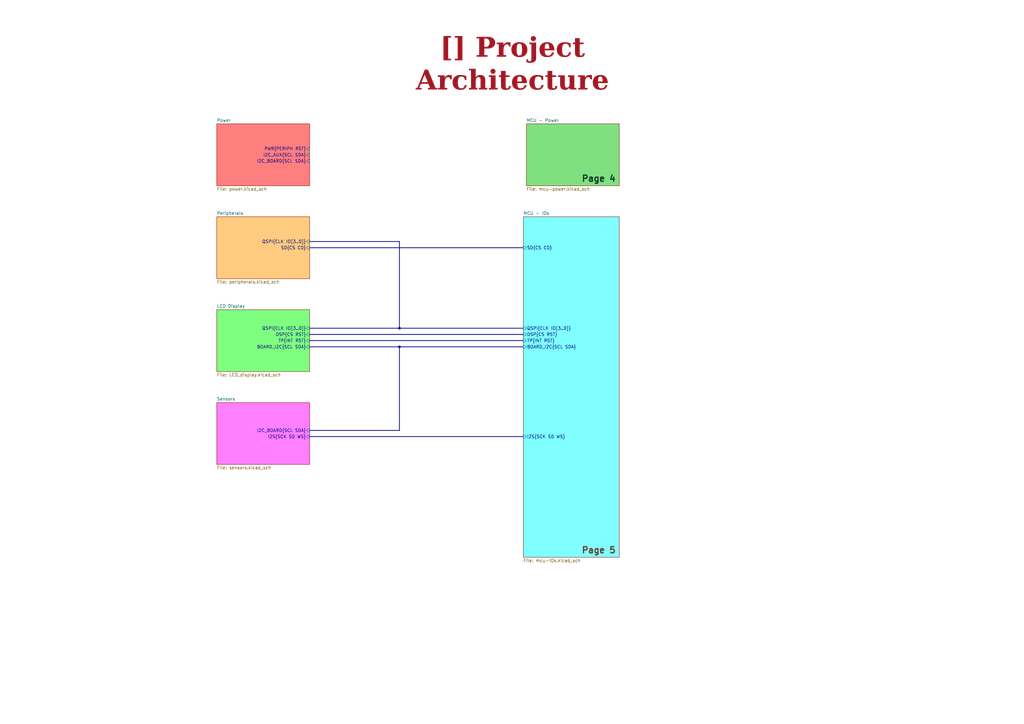
<source format=kicad_sch>
(kicad_sch
	(version 20231120)
	(generator "eeschema")
	(generator_version "8.0")
	(uuid "43756dca-f8f6-4179-bbe2-5af9585c666d")
	(paper "A3")
	(title_block
		(title "Project Architecture")
		(date "Last Modified Date")
		(rev "${REVISION}")
		(company "${COMPANY}")
	)
	(lib_symbols)
	(junction
		(at 163.83 142.24)
		(diameter 0)
		(color 0 0 0 0)
		(uuid "3f8d59a2-4628-449e-b124-6ebfab4599fe")
	)
	(junction
		(at 163.83 134.62)
		(diameter 0)
		(color 0 0 0 0)
		(uuid "4150edea-8d90-4334-bb81-6a8d6fc1601f")
	)
	(bus
		(pts
			(xy 127 179.07) (xy 214.63 179.07)
		)
		(stroke
			(width 0)
			(type default)
		)
		(uuid "05f8ed62-bee2-4ba4-9739-1669499598f7")
	)
	(bus
		(pts
			(xy 163.83 99.06) (xy 163.83 134.62)
		)
		(stroke
			(width 0)
			(type default)
		)
		(uuid "0adcb080-a999-40ee-9736-02a1618169e4")
	)
	(bus
		(pts
			(xy 127 139.7) (xy 214.63 139.7)
		)
		(stroke
			(width 0)
			(type default)
		)
		(uuid "0b19227a-545d-47d6-acf1-b8293cbbac11")
	)
	(bus
		(pts
			(xy 127 99.06) (xy 163.83 99.06)
		)
		(stroke
			(width 0)
			(type default)
		)
		(uuid "31fbbf73-1b0a-43f5-8dba-e24d1dcab807")
	)
	(bus
		(pts
			(xy 127 134.62) (xy 163.83 134.62)
		)
		(stroke
			(width 0)
			(type default)
		)
		(uuid "535953fd-ede1-47bd-850d-c189bda1fbf7")
	)
	(bus
		(pts
			(xy 127 142.24) (xy 163.83 142.24)
		)
		(stroke
			(width 0)
			(type default)
		)
		(uuid "5b4ed231-7adc-4ce0-9f56-c4bc329ed2e5")
	)
	(bus
		(pts
			(xy 127 101.6) (xy 214.63 101.6)
		)
		(stroke
			(width 0)
			(type default)
		)
		(uuid "5fe2da45-7722-494e-836c-d687b80267a4")
	)
	(bus
		(pts
			(xy 163.83 142.24) (xy 214.63 142.24)
		)
		(stroke
			(width 0)
			(type default)
		)
		(uuid "74536738-2929-43c8-af17-a8242e274660")
	)
	(bus
		(pts
			(xy 163.83 134.62) (xy 214.63 134.62)
		)
		(stroke
			(width 0)
			(type default)
		)
		(uuid "ada1e284-1548-410b-b802-7b97e9e0a09b")
	)
	(bus
		(pts
			(xy 127 176.53) (xy 163.83 176.53)
		)
		(stroke
			(width 0)
			(type default)
		)
		(uuid "e263b4ab-3ac8-4755-9808-25942d0bdc40")
	)
	(bus
		(pts
			(xy 163.83 142.24) (xy 163.83 176.53)
		)
		(stroke
			(width 0)
			(type default)
		)
		(uuid "f7ef0617-ff34-481b-bc03-c71481cc8f7f")
	)
	(bus
		(pts
			(xy 127 137.16) (xy 214.63 137.16)
		)
		(stroke
			(width 0)
			(type default)
		)
		(uuid "f991987d-2292-45c9-8245-646dc43ac20c")
	)
	(text_box "[${#}] ${TITLE}"
		(exclude_from_sim no)
		(at 144.78 20.32 0)
		(size 130.81 12.7)
		(stroke
			(width -0.0001)
			(type default)
		)
		(fill
			(type none)
		)
		(effects
			(font
				(face "Times New Roman")
				(size 8 8)
				(thickness 1.2)
				(bold yes)
				(color 162 22 34 1)
			)
		)
		(uuid "7fa5cc40-6c97-487c-9cc7-412504f68533")
	)
	(text "Page 4"
		(exclude_from_sim no)
		(at 252.73 74.93 0)
		(effects
			(font
				(size 2.54 2.54)
				(bold yes)
				(color 20 60 40 1)
			)
			(justify right bottom)
			(href "#4")
		)
		(uuid "978bb74e-ca07-4b21-b2dc-19b812f717e9")
	)
	(text "Page 5"
		(exclude_from_sim no)
		(at 252.73 227.33 0)
		(effects
			(font
				(size 2.54 2.54)
				(bold yes)
				(color 100 70 50 1)
			)
			(justify right bottom)
			(href "#5")
		)
		(uuid "c54c21a6-b82f-4883-adfa-9cf31abe82f0")
	)
	(sheet
		(at 88.9 50.8)
		(size 38.1 25.4)
		(fields_autoplaced yes)
		(stroke
			(width 0.1524)
			(type solid)
		)
		(fill
			(color 255 0 0 0.5000)
		)
		(uuid "257dfcdf-7056-4a45-9902-57dc3726f775")
		(property "Sheetname" "Power"
			(at 88.9 50.0884 0)
			(effects
				(font
					(size 1.27 1.27)
				)
				(justify left bottom)
			)
		)
		(property "Sheetfile" "power.kicad_sch"
			(at 88.9 76.7846 0)
			(effects
				(font
					(size 1.27 1.27)
				)
				(justify left top)
			)
		)
		(pin "I2C_BOARD{SCL SDA}" input
			(at 127 66.04 0)
			(effects
				(font
					(size 1.27 1.27)
				)
				(justify right)
			)
			(uuid "bafca766-6468-4821-8818-0f904b7af456")
		)
		(pin "I2C_AUX{SCL SDA}" input
			(at 127 63.5 0)
			(effects
				(font
					(size 1.27 1.27)
				)
				(justify right)
			)
			(uuid "585d417c-cf06-4ad6-b212-a314a5969295")
		)
		(pin "PWR{PERIPH RST}" input
			(at 127 60.96 0)
			(effects
				(font
					(size 1.27 1.27)
				)
				(justify right)
			)
			(uuid "6078585a-2c06-449c-87ba-bbc2cdd31db4")
		)
		(instances
			(project "cyberman"
				(path "/0650c7a8-acba-429c-9f8e-eec0baf0bc1c/fede4c36-00cc-4d3d-b71c-5243ba232202"
					(page "7")
				)
			)
		)
	)
	(sheet
		(at 88.9 127)
		(size 38.1 25.4)
		(fields_autoplaced yes)
		(stroke
			(width 0.1524)
			(type solid)
		)
		(fill
			(color 0 255 0 0.5000)
		)
		(uuid "2aa3e5ea-7568-4e79-a9d1-34c3cd061408")
		(property "Sheetname" "LCD Display"
			(at 88.9 126.2884 0)
			(effects
				(font
					(size 1.27 1.27)
				)
				(justify left bottom)
			)
		)
		(property "Sheetfile" "LCD_display.kicad_sch"
			(at 88.9 152.9846 0)
			(effects
				(font
					(size 1.27 1.27)
				)
				(justify left top)
			)
		)
		(pin "TP{INT RST}" input
			(at 127 139.7 0)
			(effects
				(font
					(size 1.27 1.27)
				)
				(justify right)
			)
			(uuid "9207aecc-1e3b-4c67-8887-23a9ea49e786")
		)
		(pin "BOARD_I2C{SCL SDA}" input
			(at 127 142.24 0)
			(effects
				(font
					(size 1.27 1.27)
				)
				(justify right)
			)
			(uuid "b6fb0d10-0ece-47fd-aa56-931023e4c2f0")
		)
		(pin "DSP{CS RST}" input
			(at 127 137.16 0)
			(effects
				(font
					(size 1.27 1.27)
				)
				(justify right)
			)
			(uuid "e6250cd5-fde1-4b6f-8e83-291c0876ede6")
		)
		(pin "QSPI{CLK IO[3..0]}" input
			(at 127 134.62 0)
			(effects
				(font
					(size 1.27 1.27)
				)
				(justify right)
			)
			(uuid "2256ec48-b861-4c92-aea0-7125827846a3")
		)
		(instances
			(project "cyberman"
				(path "/0650c7a8-acba-429c-9f8e-eec0baf0bc1c/fede4c36-00cc-4d3d-b71c-5243ba232202"
					(page "9")
				)
			)
		)
	)
	(sheet
		(at 88.9 88.9)
		(size 38.1 25.4)
		(fields_autoplaced yes)
		(stroke
			(width 0.1524)
			(type solid)
		)
		(fill
			(color 255 153 0 0.5000)
		)
		(uuid "7c79e64d-6bcf-40af-a5ad-7c52beef15e9")
		(property "Sheetname" "Peripherals"
			(at 88.9 88.1884 0)
			(effects
				(font
					(size 1.27 1.27)
				)
				(justify left bottom)
			)
		)
		(property "Sheetfile" "peripherals.kicad_sch"
			(at 88.9 114.8846 0)
			(effects
				(font
					(size 1.27 1.27)
				)
				(justify left top)
			)
		)
		(pin "QSPI{CLK IO[3..0]}" input
			(at 127 99.06 0)
			(effects
				(font
					(size 1.27 1.27)
				)
				(justify right)
			)
			(uuid "89156713-f06d-4008-9dfa-433d54b35487")
		)
		(pin "SD{CS CD}" input
			(at 127 101.6 0)
			(effects
				(font
					(size 1.27 1.27)
				)
				(justify right)
			)
			(uuid "f9c6cac3-ae87-4ab1-9d0c-926b56e5ecc5")
		)
		(instances
			(project "cyberman"
				(path "/0650c7a8-acba-429c-9f8e-eec0baf0bc1c/fede4c36-00cc-4d3d-b71c-5243ba232202"
					(page "8")
				)
			)
		)
	)
	(sheet
		(at 88.9 165.1)
		(size 38.1 25.4)
		(fields_autoplaced yes)
		(stroke
			(width 0.1524)
			(type solid)
		)
		(fill
			(color 255 0 255 0.5000)
		)
		(uuid "9419fab5-4e10-47ff-8d9d-48b1a5bf36df")
		(property "Sheetname" "Sensors"
			(at 88.9 164.3884 0)
			(effects
				(font
					(size 1.27 1.27)
				)
				(justify left bottom)
			)
		)
		(property "Sheetfile" "sensors.kicad_sch"
			(at 88.9 191.0846 0)
			(effects
				(font
					(size 1.27 1.27)
				)
				(justify left top)
			)
		)
		(pin "I2C_BOARD{SCL SDA}" input
			(at 127 176.53 0)
			(effects
				(font
					(size 1.27 1.27)
				)
				(justify right)
			)
			(uuid "36b84b18-30c4-4b4a-a26b-2071c6b8e5a4")
		)
		(pin "I2S{SCK SD WS}" input
			(at 127 179.07 0)
			(effects
				(font
					(size 1.27 1.27)
				)
				(justify right)
			)
			(uuid "7fca10e6-f4f2-41e1-aaa1-64a48d876c4e")
		)
		(instances
			(project "cyberman"
				(path "/0650c7a8-acba-429c-9f8e-eec0baf0bc1c/fede4c36-00cc-4d3d-b71c-5243ba232202"
					(page "10")
				)
			)
		)
	)
	(sheet
		(at 215.9 50.8)
		(size 38.1 25.4)
		(fields_autoplaced yes)
		(stroke
			(width 0.1524)
			(type solid)
		)
		(fill
			(color 0 194 0 0.5000)
		)
		(uuid "e46a9372-83c8-4117-b39c-2866170a3986")
		(property "Sheetname" "MCU - Power"
			(at 215.9 50.0884 0)
			(effects
				(font
					(size 1.27 1.27)
				)
				(justify left bottom)
			)
		)
		(property "Sheetfile" "mcu-power.kicad_sch"
			(at 215.9 76.7846 0)
			(effects
				(font
					(size 1.27 1.27)
				)
				(justify left top)
			)
		)
		(instances
			(project "cyberman"
				(path "/0650c7a8-acba-429c-9f8e-eec0baf0bc1c/fede4c36-00cc-4d3d-b71c-5243ba232202"
					(page "4")
				)
			)
		)
	)
	(sheet
		(at 214.63 88.9)
		(size 39.37 139.7)
		(fields_autoplaced yes)
		(stroke
			(width 0.1524)
			(type solid)
		)
		(fill
			(color 0 255 255 0.5000)
		)
		(uuid "f69eb858-8fbb-4698-966f-1f20cc90f168")
		(property "Sheetname" "MCU - IOs"
			(at 214.63 88.1884 0)
			(effects
				(font
					(size 1.27 1.27)
				)
				(justify left bottom)
			)
		)
		(property "Sheetfile" "mcu-IOs.kicad_sch"
			(at 214.63 229.1846 0)
			(effects
				(font
					(size 1.27 1.27)
				)
				(justify left top)
			)
		)
		(pin "I2S{SCK SD WS}" input
			(at 214.63 179.07 180)
			(effects
				(font
					(size 1.27 1.27)
				)
				(justify left)
			)
			(uuid "2bd5aeca-470d-472a-8391-a9de785434fd")
		)
		(pin "BOARD_I2C{SCL SDA}" input
			(at 214.63 142.24 180)
			(effects
				(font
					(size 1.27 1.27)
				)
				(justify left)
			)
			(uuid "f9a9faba-5a3e-4588-8552-3a06defcda67")
		)
		(pin "QSPI{CLK IO[3..0]}" input
			(at 214.63 134.62 180)
			(effects
				(font
					(size 1.27 1.27)
				)
				(justify left)
			)
			(uuid "22c3192a-64a6-43ac-b5aa-c842b9421401")
		)
		(pin "DSP{CS RST}" input
			(at 214.63 137.16 180)
			(effects
				(font
					(size 1.27 1.27)
				)
				(justify left)
			)
			(uuid "c4bd8572-d837-486f-81af-257521cb8612")
		)
		(pin "TP{INT RST}" input
			(at 214.63 139.7 180)
			(effects
				(font
					(size 1.27 1.27)
				)
				(justify left)
			)
			(uuid "579b501d-33c3-4420-ab49-b8f54119fc82")
		)
		(pin "SD{CS CD}" input
			(at 214.63 101.6 180)
			(effects
				(font
					(size 1.27 1.27)
				)
				(justify left)
			)
			(uuid "e3a3e51a-11e1-4a51-b6e8-5b029691d1ce")
		)
		(instances
			(project "cyberman"
				(path "/0650c7a8-acba-429c-9f8e-eec0baf0bc1c/fede4c36-00cc-4d3d-b71c-5243ba232202"
					(page "5")
				)
			)
		)
	)
)

</source>
